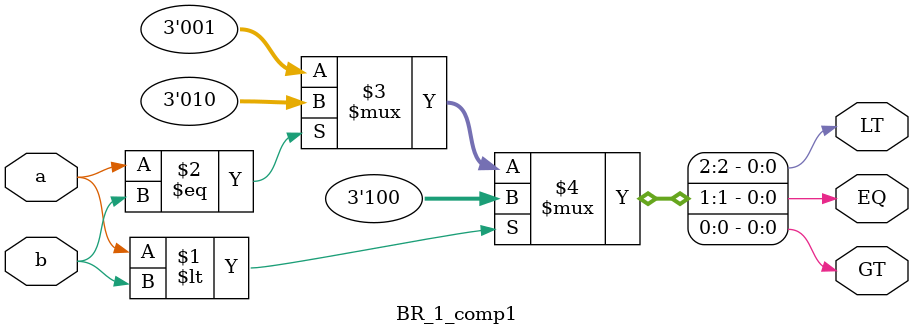
<source format=v>
`timescale 1ns / 1ps



module BR_1_comp1(output LT,EQ,GT, input a,b);

assign {LT, EQ, GT} = (a < b)?  {1'b1, 1'b0, 1'b0} :
                      (a==b) ?  {1'b0, 1'b1, 1'b0} :
                                 {1'b0, 1'b0, 1'b1};

endmodule
</source>
